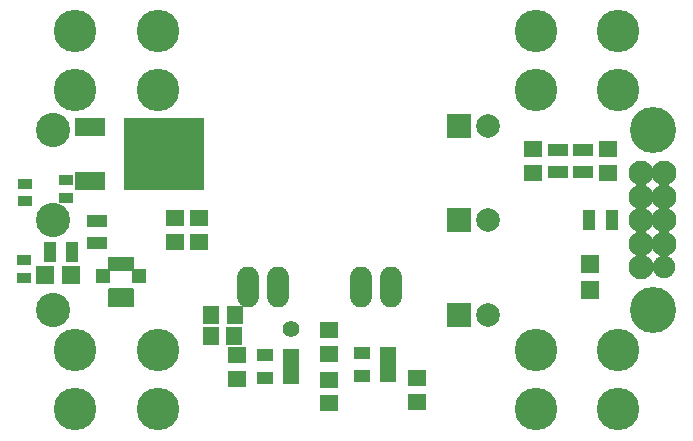
<source format=gts>
G04 #@! TF.GenerationSoftware,KiCad,Pcbnew,(5.0.0)*
G04 #@! TF.CreationDate,2018-11-03T21:11:35-02:30*
G04 #@! TF.ProjectId,DC-DC Board,44432D444320426F6172642E6B696361,rev?*
G04 #@! TF.SameCoordinates,Original*
G04 #@! TF.FileFunction,Soldermask,Top*
G04 #@! TF.FilePolarity,Negative*
%FSLAX46Y46*%
G04 Gerber Fmt 4.6, Leading zero omitted, Abs format (unit mm)*
G04 Created by KiCad (PCBNEW (5.0.0)) date 11/03/18 21:11:35*
%MOMM*%
%LPD*%
G01*
G04 APERTURE LIST*
%ADD10O,1.841500X3.479800*%
%ADD11C,1.900000*%
%ADD12C,2.100000*%
%ADD13C,3.900000*%
%ADD14C,2.900000*%
%ADD15R,1.650000X1.400000*%
%ADD16C,0.100000*%
%ADD17C,1.200000*%
%ADD18R,1.250000X0.700000*%
%ADD19R,0.700000X1.250000*%
%ADD20C,3.600000*%
%ADD21R,2.000000X2.000000*%
%ADD22C,2.000000*%
%ADD23R,1.600000X1.600000*%
%ADD24R,1.460000X1.050000*%
%ADD25R,1.100000X1.700000*%
%ADD26R,1.700000X1.100000*%
%ADD27C,1.400000*%
%ADD28R,1.400000X1.650000*%
%ADD29R,1.300000X0.900000*%
%ADD30R,6.800000X6.200000*%
%ADD31R,2.600000X1.600000*%
G04 APERTURE END LIST*
D10*
G04 #@! TO.C,J6*
X91130000Y-55620000D03*
X93670000Y-55620000D03*
G04 #@! TD*
D11*
G04 #@! TO.C,U1*
X126400000Y-54000000D03*
D12*
X124400000Y-54000000D03*
X124400000Y-52000000D03*
X126400000Y-52000000D03*
X124400000Y-50000000D03*
X126400000Y-50000000D03*
X126400000Y-48000000D03*
X124400000Y-48000000D03*
X126400000Y-46000000D03*
X124400000Y-46000000D03*
D13*
X125400000Y-57620000D03*
X125400000Y-42380000D03*
D14*
X74600000Y-57620000D03*
X74600000Y-50000000D03*
X74600000Y-42380000D03*
G04 #@! TD*
D15*
G04 #@! TO.C,C4*
X121650000Y-46000000D03*
X121650000Y-44000000D03*
G04 #@! TD*
D16*
G04 #@! TO.C,U2*
G36*
X81337643Y-55715867D02*
X81355116Y-55718459D01*
X81372251Y-55722751D01*
X81388883Y-55728702D01*
X81404851Y-55736254D01*
X81420003Y-55745335D01*
X81434191Y-55755858D01*
X81447279Y-55767721D01*
X81459142Y-55780809D01*
X81469665Y-55794997D01*
X81478746Y-55810149D01*
X81486298Y-55826117D01*
X81492249Y-55842749D01*
X81496541Y-55859884D01*
X81499133Y-55877357D01*
X81500000Y-55895000D01*
X81500000Y-57205000D01*
X81499133Y-57222643D01*
X81496541Y-57240116D01*
X81492249Y-57257251D01*
X81486298Y-57273883D01*
X81478746Y-57289851D01*
X81469665Y-57305003D01*
X81459142Y-57319191D01*
X81447279Y-57332279D01*
X81434191Y-57344142D01*
X81420003Y-57354665D01*
X81404851Y-57363746D01*
X81388883Y-57371298D01*
X81372251Y-57377249D01*
X81355116Y-57381541D01*
X81337643Y-57384133D01*
X81320000Y-57385000D01*
X80480000Y-57385000D01*
X80462357Y-57384133D01*
X80444884Y-57381541D01*
X80427749Y-57377249D01*
X80411117Y-57371298D01*
X80395149Y-57363746D01*
X80379997Y-57354665D01*
X80365809Y-57344142D01*
X80352721Y-57332279D01*
X80340858Y-57319191D01*
X80330335Y-57305003D01*
X80321254Y-57289851D01*
X80313702Y-57273883D01*
X80307751Y-57257251D01*
X80303459Y-57240116D01*
X80300867Y-57222643D01*
X80300000Y-57205000D01*
X80300000Y-55895000D01*
X80300867Y-55877357D01*
X80303459Y-55859884D01*
X80307751Y-55842749D01*
X80313702Y-55826117D01*
X80321254Y-55810149D01*
X80330335Y-55794997D01*
X80340858Y-55780809D01*
X80352721Y-55767721D01*
X80365809Y-55755858D01*
X80379997Y-55745335D01*
X80395149Y-55736254D01*
X80411117Y-55728702D01*
X80427749Y-55722751D01*
X80444884Y-55718459D01*
X80462357Y-55715867D01*
X80480000Y-55715000D01*
X81320000Y-55715000D01*
X81337643Y-55715867D01*
X81337643Y-55715867D01*
G37*
D17*
X80900000Y-56550000D03*
D16*
G36*
X80337643Y-55715867D02*
X80355116Y-55718459D01*
X80372251Y-55722751D01*
X80388883Y-55728702D01*
X80404851Y-55736254D01*
X80420003Y-55745335D01*
X80434191Y-55755858D01*
X80447279Y-55767721D01*
X80459142Y-55780809D01*
X80469665Y-55794997D01*
X80478746Y-55810149D01*
X80486298Y-55826117D01*
X80492249Y-55842749D01*
X80496541Y-55859884D01*
X80499133Y-55877357D01*
X80500000Y-55895000D01*
X80500000Y-57205000D01*
X80499133Y-57222643D01*
X80496541Y-57240116D01*
X80492249Y-57257251D01*
X80486298Y-57273883D01*
X80478746Y-57289851D01*
X80469665Y-57305003D01*
X80459142Y-57319191D01*
X80447279Y-57332279D01*
X80434191Y-57344142D01*
X80420003Y-57354665D01*
X80404851Y-57363746D01*
X80388883Y-57371298D01*
X80372251Y-57377249D01*
X80355116Y-57381541D01*
X80337643Y-57384133D01*
X80320000Y-57385000D01*
X79480000Y-57385000D01*
X79462357Y-57384133D01*
X79444884Y-57381541D01*
X79427749Y-57377249D01*
X79411117Y-57371298D01*
X79395149Y-57363746D01*
X79379997Y-57354665D01*
X79365809Y-57344142D01*
X79352721Y-57332279D01*
X79340858Y-57319191D01*
X79330335Y-57305003D01*
X79321254Y-57289851D01*
X79313702Y-57273883D01*
X79307751Y-57257251D01*
X79303459Y-57240116D01*
X79300867Y-57222643D01*
X79300000Y-57205000D01*
X79300000Y-55895000D01*
X79300867Y-55877357D01*
X79303459Y-55859884D01*
X79307751Y-55842749D01*
X79313702Y-55826117D01*
X79321254Y-55810149D01*
X79330335Y-55794997D01*
X79340858Y-55780809D01*
X79352721Y-55767721D01*
X79365809Y-55755858D01*
X79379997Y-55745335D01*
X79395149Y-55736254D01*
X79411117Y-55728702D01*
X79427749Y-55722751D01*
X79444884Y-55718459D01*
X79462357Y-55715867D01*
X79480000Y-55715000D01*
X80320000Y-55715000D01*
X80337643Y-55715867D01*
X80337643Y-55715867D01*
G37*
D17*
X79900000Y-56550000D03*
D18*
X81900000Y-54950000D03*
X81900000Y-54450000D03*
D19*
X81150000Y-53700000D03*
X79650000Y-53700000D03*
X80650000Y-53700000D03*
X80150000Y-53700000D03*
D18*
X78900000Y-54450000D03*
X78900000Y-54950000D03*
G04 #@! TD*
D20*
G04 #@! TO.C,J1*
X76495000Y-34000000D03*
X83505000Y-34000000D03*
X83505000Y-39000000D03*
X76495000Y-39000000D03*
G04 #@! TD*
G04 #@! TO.C,J2*
X76495000Y-61000000D03*
X83505000Y-61000000D03*
X83505000Y-66000000D03*
X76495000Y-66000000D03*
G04 #@! TD*
G04 #@! TO.C,J3*
X115495000Y-34000000D03*
X122505000Y-34000000D03*
X122505000Y-39000000D03*
X115495000Y-39000000D03*
G04 #@! TD*
G04 #@! TO.C,J4*
X115495000Y-61000000D03*
X122505000Y-61000000D03*
X122505000Y-66000000D03*
X115495000Y-66000000D03*
G04 #@! TD*
D15*
G04 #@! TO.C,C1*
X87000000Y-49800000D03*
X87000000Y-51800000D03*
G04 #@! TD*
G04 #@! TO.C,C2*
X84950000Y-49800000D03*
X84950000Y-51800000D03*
G04 #@! TD*
G04 #@! TO.C,C3*
X115250000Y-46000000D03*
X115250000Y-44000000D03*
G04 #@! TD*
G04 #@! TO.C,C5*
X105500000Y-63350000D03*
X105500000Y-65350000D03*
G04 #@! TD*
D21*
G04 #@! TO.C,C6*
X109000000Y-58000000D03*
D22*
X111500000Y-58000000D03*
G04 #@! TD*
D15*
G04 #@! TO.C,C7*
X98000000Y-63500000D03*
X98000000Y-65500000D03*
G04 #@! TD*
D21*
G04 #@! TO.C,C8*
X109000000Y-42000000D03*
D22*
X111500000Y-42000000D03*
G04 #@! TD*
D15*
G04 #@! TO.C,C9*
X98000000Y-61300000D03*
X98000000Y-59300000D03*
G04 #@! TD*
D21*
G04 #@! TO.C,C10*
X109000000Y-50000000D03*
D22*
X111500000Y-50000000D03*
G04 #@! TD*
D15*
G04 #@! TO.C,C11*
X90200000Y-63400000D03*
X90200000Y-61400000D03*
G04 #@! TD*
D23*
G04 #@! TO.C,D1*
X74000000Y-54650000D03*
X76200000Y-54650000D03*
G04 #@! TD*
G04 #@! TO.C,D3*
X120075000Y-55925000D03*
X120075000Y-53725000D03*
G04 #@! TD*
D24*
G04 #@! TO.C,U4*
X94800000Y-63350000D03*
X94800000Y-62400000D03*
X94800000Y-61450000D03*
X92600000Y-61450000D03*
X92600000Y-63350000D03*
G04 #@! TD*
D25*
G04 #@! TO.C,R2*
X76250000Y-52650000D03*
X74350000Y-52650000D03*
G04 #@! TD*
D26*
G04 #@! TO.C,R3*
X117400000Y-45950000D03*
X117400000Y-44050000D03*
G04 #@! TD*
G04 #@! TO.C,R4*
X119500000Y-45950000D03*
X119500000Y-44050000D03*
G04 #@! TD*
D25*
G04 #@! TO.C,R6*
X120050000Y-50000000D03*
X121950000Y-50000000D03*
G04 #@! TD*
D26*
G04 #@! TO.C,R8*
X78400000Y-51950000D03*
X78400000Y-50050000D03*
G04 #@! TD*
D24*
G04 #@! TO.C,U3*
X103000000Y-63150000D03*
X103000000Y-62200000D03*
X103000000Y-61250000D03*
X100800000Y-61250000D03*
X100800000Y-63150000D03*
G04 #@! TD*
D27*
G04 #@! TO.C,TP2*
X94800000Y-59250000D03*
G04 #@! TD*
D28*
G04 #@! TO.C,C12*
X88000000Y-59800000D03*
X90000000Y-59800000D03*
G04 #@! TD*
G04 #@! TO.C,C13*
X88025000Y-58000000D03*
X90025000Y-58000000D03*
G04 #@! TD*
D29*
G04 #@! TO.C,R1*
X72200000Y-53350000D03*
X72200000Y-54850000D03*
G04 #@! TD*
G04 #@! TO.C,R7*
X72250000Y-48400000D03*
X72250000Y-46900000D03*
G04 #@! TD*
G04 #@! TO.C,R9*
X75710000Y-46630000D03*
X75710000Y-48130000D03*
G04 #@! TD*
D30*
G04 #@! TO.C,Q1*
X84050000Y-44400000D03*
D31*
X77750000Y-46680000D03*
X77750000Y-42120000D03*
G04 #@! TD*
D10*
G04 #@! TO.C,J5*
X103270000Y-55620000D03*
X100730000Y-55620000D03*
G04 #@! TD*
M02*

</source>
